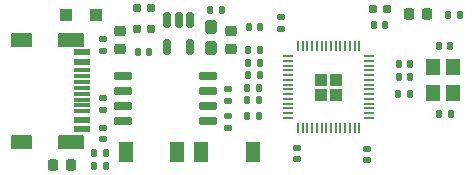
<source format=gbr>
%TF.GenerationSoftware,KiCad,Pcbnew,8.0.4*%
%TF.CreationDate,2024-08-30T22:18:59+05:30*%
%TF.ProjectId,Mitayi-Pico-RP2040,4d697461-7969-42d5-9069-636f2d525032,0.6*%
%TF.SameCoordinates,PX73df160PY5f2d3c0*%
%TF.FileFunction,Paste,Top*%
%TF.FilePolarity,Positive*%
%FSLAX46Y46*%
G04 Gerber Fmt 4.6, Leading zero omitted, Abs format (unit mm)*
G04 Created by KiCad (PCBNEW 8.0.4) date 2024-08-30 22:18:59*
%MOMM*%
%LPD*%
G01*
G04 APERTURE LIST*
G04 Aperture macros list*
%AMRoundRect*
0 Rectangle with rounded corners*
0 $1 Rounding radius*
0 $2 $3 $4 $5 $6 $7 $8 $9 X,Y pos of 4 corners*
0 Add a 4 corners polygon primitive as box body*
4,1,4,$2,$3,$4,$5,$6,$7,$8,$9,$2,$3,0*
0 Add four circle primitives for the rounded corners*
1,1,$1+$1,$2,$3*
1,1,$1+$1,$4,$5*
1,1,$1+$1,$6,$7*
1,1,$1+$1,$8,$9*
0 Add four rect primitives between the rounded corners*
20,1,$1+$1,$2,$3,$4,$5,0*
20,1,$1+$1,$4,$5,$6,$7,0*
20,1,$1+$1,$6,$7,$8,$9,0*
20,1,$1+$1,$8,$9,$2,$3,0*%
G04 Aperture macros list end*
%ADD10C,0.150000*%
%ADD11RoundRect,0.160000X-0.197500X-0.160000X0.197500X-0.160000X0.197500X0.160000X-0.197500X0.160000X0*%
%ADD12RoundRect,0.218750X0.218750X0.256250X-0.218750X0.256250X-0.218750X-0.256250X0.218750X-0.256250X0*%
%ADD13RoundRect,0.140000X0.140000X0.170000X-0.140000X0.170000X-0.140000X-0.170000X0.140000X-0.170000X0*%
%ADD14RoundRect,0.140000X-0.170000X0.140000X-0.170000X-0.140000X0.170000X-0.140000X0.170000X0.140000X0*%
%ADD15RoundRect,0.225000X-0.250000X0.225000X-0.250000X-0.225000X0.250000X-0.225000X0.250000X0.225000X0*%
%ADD16RoundRect,0.135000X-0.185000X0.135000X-0.185000X-0.135000X0.185000X-0.135000X0.185000X0.135000X0*%
%ADD17RoundRect,0.135000X0.135000X0.185000X-0.135000X0.185000X-0.135000X-0.185000X0.135000X-0.185000X0*%
%ADD18RoundRect,0.135000X-0.135000X-0.185000X0.135000X-0.185000X0.135000X0.185000X-0.135000X0.185000X0*%
%ADD19RoundRect,0.140000X0.170000X-0.140000X0.170000X0.140000X-0.170000X0.140000X-0.170000X-0.140000X0*%
%ADD20RoundRect,0.250000X0.292217X-0.292217X0.292217X0.292217X-0.292217X0.292217X-0.292217X-0.292217X0*%
%ADD21RoundRect,0.050000X0.050000X-0.387500X0.050000X0.387500X-0.050000X0.387500X-0.050000X-0.387500X0*%
%ADD22RoundRect,0.050000X0.387500X-0.050000X0.387500X0.050000X-0.387500X0.050000X-0.387500X-0.050000X0*%
%ADD23RoundRect,0.140000X-0.140000X-0.170000X0.140000X-0.170000X0.140000X0.170000X-0.140000X0.170000X0*%
%ADD24RoundRect,0.150000X0.650000X0.150000X-0.650000X0.150000X-0.650000X-0.150000X0.650000X-0.150000X0*%
%ADD25RoundRect,0.160000X0.197500X0.160000X-0.197500X0.160000X-0.197500X-0.160000X0.197500X-0.160000X0*%
%ADD26RoundRect,0.225000X0.250000X-0.225000X0.250000X0.225000X-0.250000X0.225000X-0.250000X-0.225000X0*%
%ADD27R,1.450000X0.600000*%
%ADD28R,1.450000X0.300000*%
%ADD29R,1.200000X1.400000*%
%ADD30R,1.000000X1.000000*%
%ADD31R,1.150000X1.700000*%
%ADD32RoundRect,0.250000X0.275000X-0.312500X0.275000X0.312500X-0.275000X0.312500X-0.275000X-0.312500X0*%
%ADD33RoundRect,0.135000X0.185000X-0.135000X0.185000X0.135000X-0.185000X0.135000X-0.185000X-0.135000X0*%
%ADD34RoundRect,0.150000X-0.150000X0.512500X-0.150000X-0.512500X0.150000X-0.512500X0.150000X0.512500X0*%
G04 APERTURE END LIST*
D10*
X2180000Y15330000D02*
X580000Y15330000D01*
X580000Y14330000D01*
X2180000Y14330000D01*
X2180000Y15330000D01*
G36*
X2180000Y15330000D02*
G01*
X580000Y15330000D01*
X580000Y14330000D01*
X2180000Y14330000D01*
X2180000Y15330000D01*
G37*
X2180000Y6690000D02*
X580000Y6690000D01*
X580000Y5690000D01*
X2180000Y5690000D01*
X2180000Y6690000D01*
G36*
X2180000Y6690000D02*
G01*
X580000Y6690000D01*
X580000Y5690000D01*
X2180000Y5690000D01*
X2180000Y6690000D01*
G37*
X6610000Y15330000D02*
X4510000Y15330000D01*
X4510000Y14330000D01*
X6610000Y14330000D01*
X6610000Y15330000D01*
G36*
X6610000Y15330000D02*
G01*
X4510000Y15330000D01*
X4510000Y14330000D01*
X6610000Y14330000D01*
X6610000Y15330000D01*
G37*
X6610000Y6690000D02*
X4510000Y6690000D01*
X4510000Y5690000D01*
X6610000Y5690000D01*
X6610000Y6690000D01*
G36*
X6610000Y6690000D02*
G01*
X4510000Y6690000D01*
X4510000Y5690000D01*
X6610000Y5690000D01*
X6610000Y6690000D01*
G37*
D11*
X31112500Y17400000D03*
X32307500Y17400000D03*
D12*
X35737500Y17030000D03*
X34162500Y17030000D03*
D13*
X37700000Y8510000D03*
X36740000Y8510000D03*
D14*
X24670000Y5670000D03*
X24670000Y4710000D03*
D15*
X9710000Y15585000D03*
X9710000Y14035000D03*
D14*
X30600000Y5560000D03*
X30600000Y4600000D03*
D13*
X21550000Y15905000D03*
X20590000Y15905000D03*
X8490000Y5240000D03*
X7530000Y5240000D03*
D16*
X18830000Y8360000D03*
X18830000Y7340000D03*
D17*
X38480000Y16960000D03*
X37460000Y16960000D03*
D18*
X33270000Y10220000D03*
X34290000Y10220000D03*
D19*
X23370000Y15750000D03*
X23370000Y16710000D03*
D20*
X26732500Y10182500D03*
X28007500Y10182500D03*
X26732500Y11457500D03*
X28007500Y11457500D03*
D21*
X24770000Y7382500D03*
X25170000Y7382500D03*
X25570000Y7382500D03*
X25970000Y7382500D03*
X26370000Y7382500D03*
X26770000Y7382500D03*
X27170000Y7382500D03*
X27570000Y7382500D03*
X27970000Y7382500D03*
X28370000Y7382500D03*
X28770000Y7382500D03*
X29170000Y7382500D03*
X29570000Y7382500D03*
X29970000Y7382500D03*
D22*
X30807500Y8220000D03*
X30807500Y8620000D03*
X30807500Y9020000D03*
X30807500Y9420000D03*
X30807500Y9820000D03*
X30807500Y10220000D03*
X30807500Y10620000D03*
X30807500Y11020000D03*
X30807500Y11420000D03*
X30807500Y11820000D03*
X30807500Y12220000D03*
X30807500Y12620000D03*
X30807500Y13020000D03*
X30807500Y13420000D03*
D21*
X29970000Y14257500D03*
X29570000Y14257500D03*
X29170000Y14257500D03*
X28770000Y14257500D03*
X28370000Y14257500D03*
X27970000Y14257500D03*
X27570000Y14257500D03*
X27170000Y14257500D03*
X26770000Y14257500D03*
X26370000Y14257500D03*
X25970000Y14257500D03*
X25570000Y14257500D03*
X25170000Y14257500D03*
X24770000Y14257500D03*
D22*
X23932500Y13420000D03*
X23932500Y13020000D03*
X23932500Y12620000D03*
X23932500Y12220000D03*
X23932500Y11820000D03*
X23932500Y11420000D03*
X23932500Y11020000D03*
X23932500Y10620000D03*
X23932500Y10220000D03*
X23932500Y9820000D03*
X23932500Y9420000D03*
X23932500Y9020000D03*
X23932500Y8620000D03*
X23932500Y8220000D03*
D18*
X20540000Y11825000D03*
X21560000Y11825000D03*
D23*
X33290000Y12750000D03*
X34250000Y12750000D03*
D24*
X17150000Y7955000D03*
X17150000Y9225000D03*
X17150000Y10495000D03*
X17150000Y11765000D03*
X9950000Y11765000D03*
X9950000Y10495000D03*
X9950000Y9225000D03*
X9950000Y7955000D03*
D13*
X21455000Y10720000D03*
X20495000Y10720000D03*
D16*
X18830000Y10690000D03*
X18830000Y9670000D03*
D13*
X21540000Y13930000D03*
X20580000Y13930000D03*
D19*
X8300000Y6430000D03*
X8300000Y7390000D03*
D25*
X12347500Y17500000D03*
X11152500Y17500000D03*
D18*
X17300000Y17300000D03*
X18320000Y17300000D03*
D13*
X34260000Y11630000D03*
X33300000Y11630000D03*
D23*
X31210000Y16100000D03*
X32170000Y16100000D03*
D26*
X19080000Y14015000D03*
X19080000Y15565000D03*
D27*
X6475000Y13760000D03*
X6475000Y12960000D03*
D28*
X6475000Y11760000D03*
X6475000Y10760000D03*
X6475000Y10260000D03*
X6475000Y9260000D03*
D27*
X6475000Y8060000D03*
X6475000Y7260000D03*
X6475000Y7260000D03*
X6475000Y8060000D03*
D28*
X6475000Y8760000D03*
X6475000Y9760000D03*
X6475000Y11260000D03*
X6475000Y12260000D03*
D27*
X6475000Y12960000D03*
X6475000Y13760000D03*
D13*
X12160000Y13760000D03*
X11200000Y13760000D03*
D11*
X11152500Y15750000D03*
X12347500Y15750000D03*
D16*
X8300000Y9860000D03*
X8300000Y8840000D03*
D29*
X37900000Y10330000D03*
X37900000Y12530000D03*
X36200000Y12530000D03*
X36200000Y10330000D03*
D17*
X8490000Y4170000D03*
X7470000Y4170000D03*
D30*
X7650000Y16900000D03*
X5150000Y16900000D03*
D12*
X5587500Y4200000D03*
X4012500Y4200000D03*
D31*
X10225000Y5300000D03*
X14575000Y5300000D03*
D23*
X36710000Y14330000D03*
X37670000Y14330000D03*
D13*
X21450000Y9720000D03*
X20490000Y9720000D03*
D18*
X20540000Y12825000D03*
X21560000Y12825000D03*
D32*
X17400000Y14147500D03*
X17400000Y15922500D03*
D33*
X8300000Y13890000D03*
X8300000Y14910000D03*
D34*
X15620000Y16487500D03*
X14670000Y16487500D03*
X13720000Y16487500D03*
X13720000Y14212500D03*
X15620000Y14212500D03*
D18*
X20460000Y8330000D03*
X21480000Y8330000D03*
D31*
X20940000Y5285000D03*
X16590000Y5285000D03*
M02*

</source>
